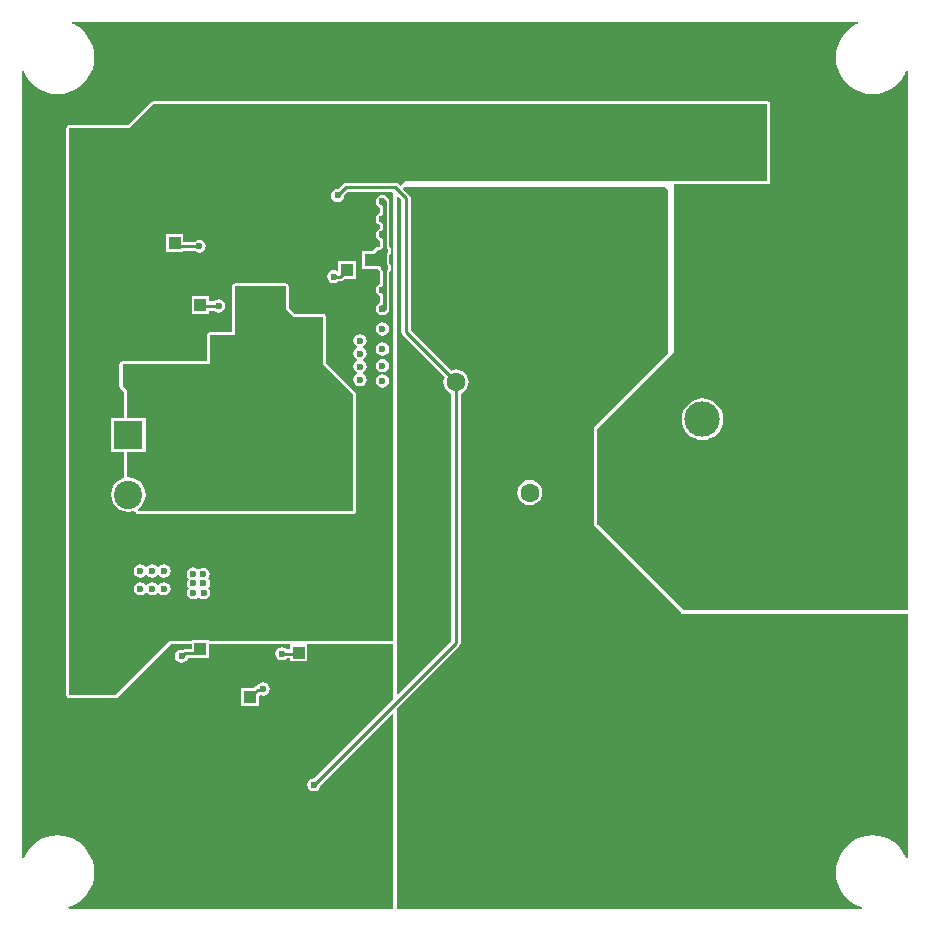
<source format=gbl>
G04*
G04 #@! TF.GenerationSoftware,Altium Limited,Altium Designer,20.1.12 (249)*
G04*
G04 Layer_Physical_Order=4*
G04 Layer_Color=16711680*
%FSLAX44Y44*%
%MOMM*%
G71*
G04*
G04 #@! TF.SameCoordinates,CC81BD5A-250F-4E5F-800E-8ED098A84927*
G04*
G04*
G04 #@! TF.FilePolarity,Positive*
G04*
G01*
G75*
%ADD52C,0.2540*%
%ADD55C,1.6000*%
%ADD56R,1.6000X1.6000*%
%ADD57C,1.2000*%
%ADD58R,1.2000X1.2000*%
%ADD59R,3.0000X3.0000*%
%ADD60C,3.0000*%
%ADD61R,2.4000X2.4000*%
%ADD62C,2.4000*%
%ADD63C,0.6000*%
%ADD71R,1.0000X1.0000*%
G36*
X708249Y748730D02*
X705865Y747742D01*
X701699Y745190D01*
X697983Y742017D01*
X694810Y738301D01*
X692258Y734135D01*
X690388Y729622D01*
X689247Y724871D01*
X688864Y720000D01*
X689247Y715129D01*
X690388Y710378D01*
X692258Y705865D01*
X694810Y701699D01*
X697983Y697983D01*
X701699Y694810D01*
X705865Y692258D01*
X710378Y690388D01*
X715129Y689247D01*
X720000Y688864D01*
X724871Y689247D01*
X729622Y690388D01*
X734135Y692258D01*
X738301Y694810D01*
X742017Y697983D01*
X745190Y701699D01*
X747742Y705865D01*
X748730Y708249D01*
X750000Y707996D01*
Y252000D01*
X560000D01*
X487000Y325000D01*
Y405000D01*
X552000Y470000D01*
Y612410D01*
X631000D01*
X631991Y612607D01*
X632831Y613169D01*
X633393Y614009D01*
X633590Y615000D01*
Y680000D01*
X633393Y680991D01*
X632831Y681831D01*
X631991Y682393D01*
X631000Y682590D01*
X111000D01*
X110009Y682393D01*
X109169Y681831D01*
X89927Y662590D01*
X40000D01*
X39009Y662393D01*
X38169Y661831D01*
X37607Y660991D01*
X37410Y660000D01*
Y655000D01*
Y180000D01*
X37607Y179009D01*
X38169Y178169D01*
X39009Y177607D01*
X40000Y177410D01*
X79000D01*
X79991Y177607D01*
X80831Y178169D01*
X126073Y223410D01*
X143460D01*
Y219155D01*
X138206D01*
X136720Y218859D01*
X136082Y218433D01*
X135000Y218648D01*
X132838Y218219D01*
X131006Y216994D01*
X129782Y215162D01*
X129352Y213000D01*
X129782Y210838D01*
X131006Y209006D01*
X132838Y207781D01*
X135000Y207351D01*
X137162Y207781D01*
X138994Y209006D01*
X140219Y210838D01*
X140327Y211385D01*
X147270D01*
X147645Y211460D01*
X158540D01*
Y223410D01*
X226460D01*
Y218885D01*
X224067D01*
X223994Y218994D01*
X222162Y220219D01*
X220000Y220648D01*
X217838Y220219D01*
X216006Y218994D01*
X214781Y217162D01*
X214352Y215000D01*
X214781Y212838D01*
X216006Y211006D01*
X217838Y209781D01*
X220000Y209352D01*
X222162Y209781D01*
X223994Y211006D01*
X224067Y211115D01*
X226460D01*
Y208460D01*
X241540D01*
Y223410D01*
X314000D01*
Y176494D01*
X247129Y109623D01*
X247000Y109649D01*
X244838Y109219D01*
X243006Y107994D01*
X241781Y106162D01*
X241352Y104000D01*
X241781Y101838D01*
X243006Y100006D01*
X244838Y98781D01*
X247000Y98351D01*
X249162Y98781D01*
X250994Y100006D01*
X252218Y101838D01*
X252649Y104000D01*
X252623Y104129D01*
X312827Y164333D01*
X314000Y163847D01*
Y0D01*
X313348Y-1000D01*
X39281D01*
X39130Y270D01*
X39622Y388D01*
X44135Y2258D01*
X48301Y4811D01*
X52017Y7983D01*
X55189Y11699D01*
X57742Y15865D01*
X59612Y20378D01*
X60753Y25129D01*
X61136Y30000D01*
X60753Y34871D01*
X59612Y39622D01*
X57742Y44135D01*
X55189Y48301D01*
X52017Y52017D01*
X48301Y55189D01*
X44135Y57742D01*
X39622Y59612D01*
X34871Y60753D01*
X30000Y61136D01*
X25129Y60753D01*
X20378Y59612D01*
X15865Y57742D01*
X11699Y55189D01*
X7983Y52017D01*
X4811Y48301D01*
X2258Y44135D01*
X1270Y41751D01*
X0Y42004D01*
Y707996D01*
X1270Y708249D01*
X2258Y705865D01*
X4811Y701699D01*
X7983Y697983D01*
X11699Y694810D01*
X15865Y692258D01*
X20378Y690388D01*
X25129Y689247D01*
X30000Y688864D01*
X34871Y689247D01*
X39622Y690388D01*
X44135Y692258D01*
X48301Y694810D01*
X52017Y697983D01*
X55189Y701699D01*
X57742Y705865D01*
X59612Y710378D01*
X60753Y715129D01*
X61136Y720000D01*
X60753Y724871D01*
X59612Y729622D01*
X57742Y734135D01*
X55189Y738301D01*
X52017Y742017D01*
X48301Y745190D01*
X44135Y747742D01*
X41751Y748730D01*
X42004Y750000D01*
X707996D01*
X708249Y748730D01*
D02*
G37*
G36*
X631000Y615000D02*
X324000D01*
X320247Y611247D01*
X318747Y612747D01*
X317487Y613589D01*
X316000Y613885D01*
X274000D01*
X272513Y613589D01*
X271253Y612747D01*
X267129Y608623D01*
X267000Y608648D01*
X264838Y608218D01*
X263006Y606994D01*
X261781Y605162D01*
X261352Y603000D01*
X261781Y600838D01*
X263006Y599006D01*
X264838Y597781D01*
X267000Y597351D01*
X269162Y597781D01*
X270994Y599006D01*
X272219Y600838D01*
X272649Y603000D01*
X272623Y603129D01*
X275609Y606115D01*
X313319D01*
X314000Y605000D01*
Y226000D01*
X158540D01*
Y226540D01*
X143460D01*
Y226000D01*
X125000D01*
X79000Y180000D01*
X40000D01*
Y655000D01*
Y660000D01*
X91000D01*
X111000Y680000D01*
X631000D01*
Y615000D01*
D02*
G37*
G36*
X321115Y599391D02*
Y487300D01*
X321411Y485813D01*
X322253Y484553D01*
X357624Y449182D01*
X357031Y447752D01*
X356669Y445000D01*
X357031Y442248D01*
X358093Y439684D01*
X359783Y437483D01*
X361984Y435793D01*
X363415Y435201D01*
Y225909D01*
X318173Y180667D01*
X317000Y181153D01*
Y601847D01*
X318173Y602333D01*
X321115Y599391D01*
D02*
G37*
G36*
X547000Y607000D02*
Y470000D01*
X484000Y407000D01*
Y324000D01*
X559000Y249000D01*
X750000D01*
Y42004D01*
X748730Y41751D01*
X747742Y44135D01*
X745190Y48301D01*
X742017Y52017D01*
X738301Y55189D01*
X734135Y57742D01*
X729622Y59612D01*
X724871Y60753D01*
X720000Y61136D01*
X715129Y60753D01*
X710378Y59612D01*
X705865Y57742D01*
X701699Y55189D01*
X697983Y52017D01*
X694810Y48301D01*
X692258Y44135D01*
X690388Y39622D01*
X689247Y34871D01*
X688864Y30000D01*
X689247Y25129D01*
X690388Y20378D01*
X692258Y15865D01*
X694810Y11699D01*
X697983Y7983D01*
X701699Y4811D01*
X705865Y2258D01*
X710378Y388D01*
X710870Y270D01*
X710719Y-1000D01*
X317652D01*
X317000Y0D01*
Y168506D01*
X370047Y221553D01*
X370889Y222813D01*
X371185Y224300D01*
Y435201D01*
X372616Y435793D01*
X374817Y437483D01*
X376507Y439684D01*
X377569Y442248D01*
X377931Y445000D01*
X377569Y447752D01*
X376507Y450316D01*
X374817Y452517D01*
X372616Y454207D01*
X370051Y455269D01*
X367300Y455631D01*
X364548Y455269D01*
X363118Y454676D01*
X328885Y488909D01*
Y601000D01*
X328589Y602487D01*
X327747Y603747D01*
X322764Y608730D01*
X323290Y610000D01*
X544000D01*
X547000Y607000D01*
D02*
G37*
%LPC*%
G36*
X576000Y431125D02*
X572562Y430786D01*
X569255Y429783D01*
X566208Y428154D01*
X563537Y425962D01*
X561345Y423292D01*
X559717Y420244D01*
X558714Y416938D01*
X558375Y413500D01*
X558714Y410061D01*
X559717Y406755D01*
X561345Y403708D01*
X563537Y401037D01*
X566208Y398845D01*
X569255Y397216D01*
X572562Y396213D01*
X576000Y395875D01*
X579439Y396213D01*
X582745Y397216D01*
X585792Y398845D01*
X588463Y401037D01*
X590654Y403708D01*
X592283Y406755D01*
X593286Y410061D01*
X593625Y413500D01*
X593286Y416938D01*
X592283Y420244D01*
X590654Y423292D01*
X588463Y425962D01*
X585792Y428154D01*
X582745Y429783D01*
X579439Y430786D01*
X576000Y431125D01*
D02*
G37*
G36*
X204000Y190648D02*
X201838Y190219D01*
X200006Y188994D01*
X199490Y188223D01*
X199338D01*
X197851Y187927D01*
X196591Y187085D01*
X195046Y185540D01*
X185460D01*
Y170460D01*
X200540D01*
Y179122D01*
X201810Y179800D01*
X201838Y179781D01*
X204000Y179352D01*
X206162Y179781D01*
X207994Y181006D01*
X209219Y182838D01*
X209648Y185000D01*
X209219Y187162D01*
X207994Y188994D01*
X206162Y190219D01*
X204000Y190648D01*
D02*
G37*
G36*
X136540Y570540D02*
X121460D01*
Y555460D01*
X136540D01*
Y556115D01*
X145933D01*
X146006Y556006D01*
X147838Y554781D01*
X150000Y554352D01*
X152162Y554781D01*
X153994Y556006D01*
X155219Y557838D01*
X155648Y560000D01*
X155219Y562162D01*
X153994Y563994D01*
X152162Y565219D01*
X150000Y565648D01*
X147838Y565219D01*
X146006Y563994D01*
X145933Y563885D01*
X136540D01*
Y570540D01*
D02*
G37*
G36*
X282540Y547540D02*
X267460D01*
Y539781D01*
X266340Y539182D01*
X265912Y539469D01*
X263750Y539898D01*
X261588Y539469D01*
X259756Y538244D01*
X258531Y536412D01*
X258102Y534250D01*
X258531Y532088D01*
X259756Y530256D01*
X261588Y529031D01*
X263750Y528601D01*
X265912Y529031D01*
X267744Y530256D01*
X267817Y530365D01*
X269250D01*
X270737Y530661D01*
X271997Y531503D01*
X272954Y532460D01*
X282540D01*
Y547540D01*
D02*
G37*
G36*
X158540Y517540D02*
X143460D01*
Y502460D01*
X158540D01*
Y505560D01*
X162306D01*
X162379Y505451D01*
X164211Y504226D01*
X166373Y503796D01*
X168535Y504226D01*
X170367Y505451D01*
X171591Y507283D01*
X172021Y509445D01*
X171591Y511606D01*
X170367Y513439D01*
X168535Y514663D01*
X166373Y515093D01*
X164211Y514663D01*
X162379Y513439D01*
X162306Y513329D01*
X158540D01*
Y517540D01*
D02*
G37*
G36*
X305000Y603648D02*
X302838Y603219D01*
X301006Y601994D01*
X299781Y600162D01*
X299352Y598000D01*
X299781Y595838D01*
X301006Y594006D01*
X302838Y592781D01*
X303115Y592726D01*
Y588274D01*
X302838Y588219D01*
X301006Y586994D01*
X299781Y585162D01*
X299352Y583000D01*
X299781Y580838D01*
X301006Y579006D01*
X302838Y577781D01*
X303115Y577726D01*
Y575274D01*
X302838Y575219D01*
X301006Y573994D01*
X299781Y572162D01*
X299352Y570000D01*
X299781Y567838D01*
X301006Y566006D01*
X302838Y564781D01*
X303115Y564726D01*
Y560067D01*
X303006Y559994D01*
X302490Y559223D01*
X301838D01*
X300351Y558927D01*
X299091Y558085D01*
X297046Y556040D01*
X287460D01*
Y540960D01*
X301558D01*
X301781Y539838D01*
X303006Y538006D01*
X303115Y537933D01*
Y528274D01*
X302838Y528219D01*
X301006Y526994D01*
X299781Y525162D01*
X299352Y523000D01*
X299781Y520838D01*
X301006Y519006D01*
X302838Y517781D01*
X303115Y517726D01*
Y512274D01*
X302838Y512219D01*
X301006Y510994D01*
X299781Y509162D01*
X299352Y507000D01*
X299781Y504838D01*
X301006Y503006D01*
X302838Y501781D01*
X305000Y501352D01*
X307162Y501781D01*
X308994Y503006D01*
X310219Y504838D01*
X310253Y505010D01*
X310589Y505513D01*
X310885Y507000D01*
Y523000D01*
Y537933D01*
X310994Y538006D01*
X312219Y539838D01*
X312649Y542000D01*
X312219Y544162D01*
X310994Y545994D01*
X310885Y546067D01*
Y551933D01*
X310994Y552006D01*
X312219Y553838D01*
X312649Y556000D01*
X312219Y558162D01*
X310994Y559994D01*
X310885Y560067D01*
Y570000D01*
Y583000D01*
Y598000D01*
X310589Y599487D01*
X310253Y599990D01*
X310219Y600162D01*
X308994Y601994D01*
X307162Y603219D01*
X305000Y603648D01*
D02*
G37*
G36*
Y495648D02*
X302838Y495219D01*
X301006Y493994D01*
X299781Y492162D01*
X299352Y490000D01*
X299781Y487838D01*
X301006Y486006D01*
X302838Y484781D01*
X305000Y484352D01*
X307162Y484781D01*
X308994Y486006D01*
X310219Y487838D01*
X310648Y490000D01*
X310219Y492162D01*
X308994Y493994D01*
X307162Y495219D01*
X305000Y495648D01*
D02*
G37*
G36*
Y478648D02*
X302838Y478219D01*
X301006Y476994D01*
X299781Y475162D01*
X299352Y473000D01*
X299781Y470838D01*
X301006Y469006D01*
X302838Y467781D01*
X305000Y467351D01*
X307162Y467781D01*
X308994Y469006D01*
X310219Y470838D01*
X310648Y473000D01*
X310219Y475162D01*
X308994Y476994D01*
X307162Y478219D01*
X305000Y478648D01*
D02*
G37*
G36*
Y464649D02*
X302838Y464219D01*
X301006Y462994D01*
X299781Y461162D01*
X299352Y459000D01*
X299781Y456838D01*
X301006Y455006D01*
X302838Y453781D01*
X305000Y453352D01*
X307162Y453781D01*
X308994Y455006D01*
X310219Y456838D01*
X310648Y459000D01*
X310219Y461162D01*
X308994Y462994D01*
X307162Y464219D01*
X305000Y464649D01*
D02*
G37*
G36*
X286000Y485648D02*
X283838Y485219D01*
X282006Y483994D01*
X280781Y482162D01*
X280352Y480000D01*
X280781Y477838D01*
X282006Y476006D01*
X283117Y475264D01*
Y473736D01*
X282006Y472994D01*
X280781Y471162D01*
X280352Y469000D01*
X280781Y466838D01*
X282006Y465006D01*
X283117Y464264D01*
Y462736D01*
X282006Y461994D01*
X280781Y460162D01*
X280352Y458000D01*
X280781Y455838D01*
X282006Y454006D01*
X283117Y453264D01*
Y451736D01*
X282006Y450994D01*
X280781Y449162D01*
X280352Y447000D01*
X280781Y444838D01*
X282006Y443006D01*
X283838Y441781D01*
X286000Y441352D01*
X288162Y441781D01*
X289994Y443006D01*
X291219Y444838D01*
X291649Y447000D01*
X291219Y449162D01*
X289994Y450994D01*
X288883Y451736D01*
Y453264D01*
X289994Y454006D01*
X291219Y455838D01*
X291649Y458000D01*
X291219Y460162D01*
X289994Y461994D01*
X288883Y462736D01*
Y464264D01*
X289994Y465006D01*
X291219Y466838D01*
X291649Y469000D01*
X291219Y471162D01*
X289994Y472994D01*
X288883Y473736D01*
Y475264D01*
X289994Y476006D01*
X291219Y477838D01*
X291649Y480000D01*
X291219Y482162D01*
X289994Y483994D01*
X288162Y485219D01*
X286000Y485648D01*
D02*
G37*
G36*
X305000Y451648D02*
X302838Y451219D01*
X301006Y449994D01*
X299781Y448162D01*
X299352Y446000D01*
X299781Y443838D01*
X301006Y442006D01*
X302838Y440781D01*
X305000Y440351D01*
X307162Y440781D01*
X308994Y442006D01*
X310219Y443838D01*
X310648Y446000D01*
X310219Y448162D01*
X308994Y449994D01*
X307162Y451219D01*
X305000Y451648D01*
D02*
G37*
G36*
X223000Y528590D02*
X180000D01*
X179009Y528393D01*
X178169Y527831D01*
X177607Y526991D01*
X177410Y526000D01*
Y487590D01*
X159000D01*
X158009Y487393D01*
X157169Y486831D01*
X156607Y485991D01*
X156410Y485000D01*
Y462590D01*
X85000D01*
X84009Y462393D01*
X83169Y461831D01*
X82607Y460991D01*
X82410Y460000D01*
Y442000D01*
X82607Y441009D01*
X83169Y440169D01*
X86410Y436927D01*
Y414940D01*
X75460D01*
Y385860D01*
X86410D01*
Y365097D01*
X86415Y365075D01*
X86421Y364968D01*
X86416Y364928D01*
X86226Y363886D01*
X85534Y363488D01*
X82667Y362301D01*
X79630Y359970D01*
X77299Y356933D01*
X75834Y353396D01*
X75334Y349600D01*
X75834Y345804D01*
X77299Y342267D01*
X79630Y339230D01*
X82667Y336899D01*
X86204Y335434D01*
X90000Y334935D01*
X93795Y335434D01*
X94610Y335772D01*
X95493Y335372D01*
X95854Y335009D01*
X96088Y334658D01*
X96300Y334292D01*
X96368Y334240D01*
X96416Y334169D01*
X96766Y333934D01*
X97101Y333677D01*
X97184Y333655D01*
X97256Y333607D01*
X97669Y333525D01*
X98077Y333416D01*
X98162Y333427D01*
X98247Y333410D01*
X280000D01*
X280991Y333607D01*
X281831Y334169D01*
X282393Y335009D01*
X282590Y336000D01*
Y435000D01*
X282393Y435991D01*
X281831Y436831D01*
X257590Y461073D01*
Y500000D01*
X257393Y500991D01*
X256831Y501831D01*
X255991Y502393D01*
X255000Y502590D01*
X231073D01*
X225590Y508073D01*
Y526000D01*
X225393Y526991D01*
X224831Y527831D01*
X223991Y528393D01*
X223000Y528590D01*
D02*
G37*
G36*
X120000Y290648D02*
X117838Y290219D01*
X116006Y288994D01*
X115635Y288439D01*
X114365D01*
X113994Y288994D01*
X112162Y290219D01*
X110000Y290648D01*
X107838Y290219D01*
X106006Y288994D01*
X105635Y288439D01*
X104365D01*
X103994Y288994D01*
X102162Y290219D01*
X100000Y290648D01*
X97838Y290219D01*
X96006Y288994D01*
X94781Y287162D01*
X94352Y285000D01*
X94781Y282838D01*
X96006Y281006D01*
X97838Y279781D01*
X100000Y279352D01*
X102162Y279781D01*
X103994Y281006D01*
X104365Y281561D01*
X105635D01*
X106006Y281006D01*
X107838Y279781D01*
X110000Y279352D01*
X112162Y279781D01*
X113994Y281006D01*
X114365Y281561D01*
X115635D01*
X116006Y281006D01*
X117838Y279781D01*
X120000Y279352D01*
X122162Y279781D01*
X123994Y281006D01*
X125218Y282838D01*
X125648Y285000D01*
X125218Y287162D01*
X123994Y288994D01*
X122162Y290219D01*
X120000Y290648D01*
D02*
G37*
G36*
Y275648D02*
X117838Y275219D01*
X116006Y273994D01*
X115635Y273439D01*
X114365D01*
X113994Y273994D01*
X112162Y275219D01*
X110000Y275648D01*
X107838Y275219D01*
X106006Y273994D01*
X105635Y273439D01*
X104365D01*
X103994Y273994D01*
X102162Y275219D01*
X100000Y275648D01*
X97838Y275219D01*
X96006Y273994D01*
X94781Y272162D01*
X94352Y270000D01*
X94781Y267838D01*
X96006Y266006D01*
X97838Y264781D01*
X100000Y264352D01*
X102162Y264781D01*
X103994Y266006D01*
X104365Y266561D01*
X105635D01*
X106006Y266006D01*
X107838Y264781D01*
X110000Y264352D01*
X112162Y264781D01*
X113994Y266006D01*
X114365Y266561D01*
X115635D01*
X116006Y266006D01*
X117838Y264781D01*
X120000Y264352D01*
X122162Y264781D01*
X123994Y266006D01*
X125218Y267838D01*
X125648Y270000D01*
X125218Y272162D01*
X123994Y273994D01*
X122162Y275219D01*
X120000Y275648D01*
D02*
G37*
G36*
X145000Y288148D02*
X142838Y287719D01*
X141006Y286494D01*
X139781Y284662D01*
X139352Y282500D01*
X139781Y280338D01*
X141006Y278506D01*
Y278494D01*
X139781Y276662D01*
X139352Y274500D01*
X139781Y272338D01*
X140926Y270625D01*
X139781Y268912D01*
X139352Y266750D01*
X139781Y264588D01*
X141006Y262756D01*
X142838Y261531D01*
X145000Y261101D01*
X147162Y261531D01*
X148465Y262402D01*
X149375Y262652D01*
X150285Y262402D01*
X151588Y261531D01*
X153750Y261101D01*
X155912Y261531D01*
X157744Y262756D01*
X158969Y264588D01*
X159398Y266750D01*
X158969Y268912D01*
X157744Y270744D01*
X157566Y270863D01*
X158719Y272588D01*
X159149Y274750D01*
X158719Y276912D01*
X157532Y278687D01*
X158469Y280088D01*
X158898Y282250D01*
X158469Y284412D01*
X157244Y286244D01*
X155412Y287468D01*
X153250Y287899D01*
X151088Y287468D01*
X150246Y286906D01*
X148994Y286494D01*
X148256Y286987D01*
X147162Y287719D01*
X145000Y288148D01*
D02*
G37*
%LPD*%
G36*
X306151Y600779D02*
X307127Y600127D01*
X307968Y598868D01*
X308099Y598551D01*
X308149Y598476D01*
X308295Y597745D01*
Y583000D01*
Y570000D01*
Y560067D01*
X308345Y559817D01*
Y559562D01*
X308442Y559326D01*
X308492Y559076D01*
X308634Y558864D01*
X308731Y558629D01*
X308912Y558448D01*
X309053Y558236D01*
X309055Y558235D01*
X309779Y557151D01*
X310008Y556000D01*
X309779Y554849D01*
X309055Y553765D01*
X309053Y553764D01*
X308912Y553552D01*
X308731Y553372D01*
X308634Y553136D01*
X308492Y552924D01*
X308442Y552674D01*
X308345Y552438D01*
Y552183D01*
X308295Y551933D01*
Y546067D01*
X308345Y545817D01*
Y545562D01*
X308442Y545326D01*
X308492Y545076D01*
X308634Y544864D01*
X308731Y544629D01*
X308912Y544448D01*
X309053Y544236D01*
X309055Y544235D01*
X309779Y543151D01*
X310008Y542000D01*
X309779Y540849D01*
X309055Y539765D01*
X309053Y539764D01*
X308912Y539552D01*
X308731Y539371D01*
X308634Y539136D01*
X308492Y538924D01*
X308442Y538674D01*
X308345Y538438D01*
Y538183D01*
X308295Y537933D01*
Y523000D01*
Y507255D01*
X308149Y506524D01*
X308099Y506449D01*
X308099Y506449D01*
X308099Y506449D01*
Y506449D01*
X307968Y506132D01*
X307127Y504873D01*
X306151Y504221D01*
X305000Y503992D01*
X303849Y504221D01*
X302873Y504873D01*
X302221Y505849D01*
X301992Y507000D01*
X302221Y508151D01*
X302873Y509127D01*
X303957Y509851D01*
X304106Y509881D01*
X304319Y510023D01*
X304554Y510120D01*
X304734Y510301D01*
X304947Y510442D01*
X305088Y510654D01*
X305269Y510835D01*
X305366Y511071D01*
X305508Y511283D01*
X305558Y511533D01*
X305655Y511768D01*
Y512024D01*
X305705Y512274D01*
Y517726D01*
X305655Y517976D01*
Y518232D01*
X305558Y518467D01*
X305508Y518717D01*
X305366Y518929D01*
X305269Y519165D01*
X305088Y519346D01*
X304947Y519558D01*
X304735Y519699D01*
X304554Y519880D01*
X304319Y519977D01*
X304106Y520119D01*
X303957Y520149D01*
X302873Y520873D01*
X302221Y521849D01*
X301992Y523000D01*
X302221Y524151D01*
X302873Y525127D01*
X303957Y525851D01*
X304106Y525881D01*
X304319Y526023D01*
X304554Y526120D01*
X304734Y526301D01*
X304947Y526442D01*
X305088Y526655D01*
X305269Y526835D01*
X305366Y527071D01*
X305508Y527283D01*
X305558Y527533D01*
X305655Y527769D01*
Y528023D01*
X305705Y528274D01*
Y537933D01*
X305655Y538183D01*
Y538438D01*
X305558Y538674D01*
X305508Y538924D01*
X305366Y539136D01*
X305269Y539371D01*
X305088Y539552D01*
X304947Y539764D01*
X304945Y539765D01*
X304221Y540849D01*
X304098Y541465D01*
X304001Y541701D01*
X303951Y541951D01*
X303809Y542163D01*
X303712Y542399D01*
X303531Y542579D01*
X303390Y542791D01*
X303178Y542933D01*
X302997Y543113D01*
X302761Y543211D01*
X302549Y543353D01*
X302299Y543402D01*
X302064Y543500D01*
X301808D01*
X301558Y543550D01*
X290050D01*
Y553450D01*
X297046D01*
X298037Y553647D01*
X298878Y554209D01*
X300742Y556073D01*
X301362Y556487D01*
X302093Y556633D01*
X302490D01*
X302740Y556683D01*
X302996D01*
X303231Y556780D01*
X303481Y556830D01*
X303694Y556972D01*
X303929Y557069D01*
X304109Y557250D01*
X304322Y557391D01*
X304463Y557603D01*
X304644Y557784D01*
X304945Y558235D01*
X304947Y558236D01*
X305088Y558448D01*
X305269Y558629D01*
X305366Y558864D01*
X305508Y559076D01*
X305558Y559326D01*
X305655Y559562D01*
Y559817D01*
X305705Y560067D01*
Y564726D01*
X305655Y564976D01*
Y565232D01*
X305558Y565467D01*
X305508Y565717D01*
X305366Y565929D01*
X305269Y566165D01*
X305088Y566345D01*
X304947Y566558D01*
X304735Y566699D01*
X304554Y566880D01*
X304319Y566977D01*
X304106Y567119D01*
X303957Y567149D01*
X302873Y567873D01*
X302221Y568849D01*
X301992Y570000D01*
X302221Y571151D01*
X302873Y572127D01*
X303957Y572851D01*
X304106Y572881D01*
X304319Y573023D01*
X304554Y573120D01*
X304734Y573301D01*
X304947Y573442D01*
X305088Y573655D01*
X305269Y573835D01*
X305366Y574071D01*
X305508Y574283D01*
X305558Y574533D01*
X305655Y574768D01*
Y575023D01*
X305705Y575274D01*
Y577726D01*
X305655Y577976D01*
Y578232D01*
X305558Y578467D01*
X305508Y578717D01*
X305366Y578929D01*
X305269Y579165D01*
X305088Y579346D01*
X304947Y579558D01*
X304735Y579699D01*
X304554Y579880D01*
X304319Y579977D01*
X304106Y580119D01*
X303957Y580149D01*
X302873Y580873D01*
X302221Y581849D01*
X301992Y583000D01*
X302221Y584151D01*
X302873Y585127D01*
X303957Y585851D01*
X304106Y585881D01*
X304319Y586023D01*
X304554Y586120D01*
X304734Y586301D01*
X304947Y586442D01*
X305088Y586655D01*
X305269Y586835D01*
X305366Y587071D01*
X305508Y587283D01*
X305558Y587533D01*
X305655Y587769D01*
Y588023D01*
X305705Y588274D01*
Y592726D01*
X305655Y592976D01*
Y593232D01*
X305558Y593467D01*
X305508Y593717D01*
X305366Y593929D01*
X305269Y594165D01*
X305088Y594346D01*
X304947Y594558D01*
X304735Y594699D01*
X304554Y594880D01*
X304319Y594977D01*
X304106Y595119D01*
X303957Y595149D01*
X302873Y595873D01*
X302221Y596849D01*
X301992Y598000D01*
X302221Y599151D01*
X302873Y600127D01*
X303849Y600779D01*
X305000Y601008D01*
X306151Y600779D01*
D02*
G37*
G36*
X223000Y507000D02*
X230000Y500000D01*
X255000D01*
Y460000D01*
X280000Y435000D01*
Y336000D01*
X98247D01*
X97816Y337270D01*
X100370Y339230D01*
X102701Y342267D01*
X104166Y345804D01*
X104665Y349600D01*
X104166Y353396D01*
X102701Y356933D01*
X100370Y359970D01*
X97332Y362301D01*
X93795Y363766D01*
X90000Y364266D01*
X89955Y364260D01*
X89000Y365097D01*
Y385860D01*
X104540D01*
Y414940D01*
X89000D01*
Y438000D01*
X85000Y442000D01*
Y460000D01*
X159000D01*
Y485000D01*
X180000D01*
Y526000D01*
X223000D01*
Y507000D01*
D02*
G37*
%LPC*%
G36*
X429700Y362096D02*
X426949Y361734D01*
X424384Y360672D01*
X422183Y358982D01*
X420493Y356780D01*
X419431Y354216D01*
X419069Y351465D01*
X419431Y348713D01*
X420493Y346149D01*
X422183Y343948D01*
X424384Y342258D01*
X426949Y341196D01*
X429700Y340834D01*
X432452Y341196D01*
X435015Y342258D01*
X437217Y343948D01*
X438907Y346149D01*
X439969Y348713D01*
X440331Y351465D01*
X439969Y354216D01*
X438907Y356780D01*
X437217Y358982D01*
X435015Y360672D01*
X432452Y361734D01*
X429700Y362096D01*
D02*
G37*
%LPD*%
D52*
X269250Y534250D02*
X275000Y540000D01*
X263750Y534250D02*
X269250D01*
X151000Y510000D02*
X151555Y509445D01*
X166373D01*
X233000Y215000D02*
X234000Y216000D01*
X220000Y215000D02*
X233000D01*
X147270Y215270D02*
X151000Y219000D01*
X138206Y215270D02*
X147270D01*
X135936Y213000D02*
X138206Y215270D01*
X135000Y213000D02*
X135936D01*
X129000Y563000D02*
X132000Y560000D01*
X150000D01*
X193000Y178000D02*
X199338Y184338D01*
X203338D01*
X204000Y185000D01*
X116000Y161000D02*
X132000D01*
X114000Y159000D02*
X116000Y161000D01*
X114000Y157000D02*
Y159000D01*
X104000Y147000D02*
X114000Y157000D01*
X307000Y583000D02*
Y598000D01*
Y570000D02*
Y583000D01*
Y556000D02*
Y570000D01*
Y507000D02*
Y523000D01*
Y542000D01*
Y556000D01*
X295000Y548500D02*
X301838Y555338D01*
X306338D01*
X307000Y556000D01*
X367300Y224300D02*
Y445000D01*
X247000Y104000D02*
X367300Y224300D01*
X274000Y610000D02*
X316000D01*
X267000Y603000D02*
X274000Y610000D01*
X316000D02*
X325000Y601000D01*
Y487300D02*
Y601000D01*
Y487300D02*
X367300Y445000D01*
D55*
X429700Y351465D02*
D03*
X367300Y445000D02*
D03*
D56*
X404300Y351465D02*
D03*
X392700Y445000D02*
D03*
D57*
X276835Y705000D02*
D03*
X133792D02*
D03*
X419878D02*
D03*
X562920D02*
D03*
D58*
X276835Y655000D02*
D03*
X133792D02*
D03*
X419878D02*
D03*
X562920D02*
D03*
D59*
X701000Y338500D02*
D03*
D60*
X576000Y413500D02*
D03*
D61*
X90000Y400400D02*
D03*
D62*
Y349600D02*
D03*
D63*
X307000Y556000D02*
D03*
Y542000D02*
D03*
X263750Y534250D02*
D03*
X244250Y267250D02*
D03*
X235500D02*
D03*
X244000Y275250D02*
D03*
X235500Y275000D02*
D03*
X243750Y282750D02*
D03*
X235500Y283000D02*
D03*
X153750Y266750D02*
D03*
X145000D02*
D03*
X153500Y274750D02*
D03*
X145000Y274500D02*
D03*
X153250Y282250D02*
D03*
X145000Y282500D02*
D03*
X250350Y472000D02*
D03*
X242100Y472250D02*
D03*
X250350Y480000D02*
D03*
X241850Y479750D02*
D03*
X250350Y487750D02*
D03*
X241600D02*
D03*
X150100Y472000D02*
D03*
X141850Y472250D02*
D03*
X150100Y480000D02*
D03*
X141600Y479750D02*
D03*
X150100Y487750D02*
D03*
X141350D02*
D03*
X80000Y525000D02*
D03*
X90000D02*
D03*
X273000Y348000D02*
D03*
X236000D02*
D03*
X116000Y354000D02*
D03*
X152000Y348000D02*
D03*
X192000Y347000D02*
D03*
X273000Y361000D02*
D03*
X282000Y251000D02*
D03*
X355000Y380000D02*
D03*
X335000D02*
D03*
X353000Y412000D02*
D03*
X334000D02*
D03*
X166373Y509445D02*
D03*
X220000Y215000D02*
D03*
X135000Y213000D02*
D03*
X150000Y560000D02*
D03*
X204000Y185000D02*
D03*
X132000Y161000D02*
D03*
X603000Y256000D02*
D03*
Y277000D02*
D03*
Y304000D02*
D03*
Y331000D02*
D03*
Y355000D02*
D03*
X153000Y182000D02*
D03*
X120000Y270000D02*
D03*
X110000D02*
D03*
X100000D02*
D03*
X120000Y285000D02*
D03*
X110000D02*
D03*
X100000D02*
D03*
X68000Y227000D02*
D03*
X57000D02*
D03*
X46000D02*
D03*
X68000Y244000D02*
D03*
X57000D02*
D03*
X46000D02*
D03*
X247000Y104000D02*
D03*
X291000Y251000D02*
D03*
Y260000D02*
D03*
X267000Y603000D02*
D03*
X305000Y598000D02*
D03*
Y507000D02*
D03*
Y523000D02*
D03*
X286000Y447000D02*
D03*
Y458000D02*
D03*
Y469000D02*
D03*
Y480000D02*
D03*
X305000Y446000D02*
D03*
Y459000D02*
D03*
Y473000D02*
D03*
Y490000D02*
D03*
Y570000D02*
D03*
Y583000D02*
D03*
X30000Y172000D02*
D03*
Y158000D02*
D03*
X33000Y564000D02*
D03*
Y547000D02*
D03*
X30000Y459000D02*
D03*
Y441000D02*
D03*
X33000Y308000D02*
D03*
Y289000D02*
D03*
X53000Y114000D02*
D03*
X21000D02*
D03*
X294000Y54000D02*
D03*
X271000D02*
D03*
X112000Y55000D02*
D03*
X82000D02*
D03*
X492000Y636000D02*
D03*
Y663000D02*
D03*
X348000Y635000D02*
D03*
Y661000D02*
D03*
X204000Y637000D02*
D03*
Y659000D02*
D03*
X216000Y458000D02*
D03*
X207000D02*
D03*
X216000Y467000D02*
D03*
X207000D02*
D03*
X216000Y476000D02*
D03*
X207000D02*
D03*
X198000Y458000D02*
D03*
X189000D02*
D03*
X198000Y467000D02*
D03*
X189000D02*
D03*
X198000Y476000D02*
D03*
X189000D02*
D03*
X207000Y449000D02*
D03*
X198000D02*
D03*
X189000D02*
D03*
X178000D02*
D03*
X167000D02*
D03*
X155000D02*
D03*
X142000D02*
D03*
X129000D02*
D03*
X117000D02*
D03*
X105000D02*
D03*
X92000Y450000D02*
D03*
X242000Y362000D02*
D03*
X231000D02*
D03*
X198000D02*
D03*
X187000D02*
D03*
X153000D02*
D03*
X116000Y363000D02*
D03*
X65000Y505000D02*
D03*
X75000D02*
D03*
X55000D02*
D03*
X45000D02*
D03*
X90000Y515000D02*
D03*
X80000D02*
D03*
X273000Y251000D02*
D03*
X282000Y260000D02*
D03*
X273000D02*
D03*
X291000Y269000D02*
D03*
X282000D02*
D03*
X273000D02*
D03*
X291000Y278000D02*
D03*
X282000D02*
D03*
X273000D02*
D03*
X291000Y287000D02*
D03*
X282000D02*
D03*
X273000D02*
D03*
D71*
X295000Y548500D02*
D03*
X275000Y540000D02*
D03*
X234000Y216000D02*
D03*
X151000Y510000D02*
D03*
X193000Y178000D02*
D03*
X129000Y563000D02*
D03*
X151000Y219000D02*
D03*
X104000Y147000D02*
D03*
M02*

</source>
